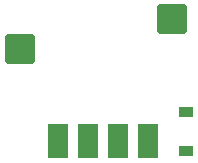
<source format=gbr>
%TF.GenerationSoftware,KiCad,Pcbnew,(6.0.7-1)-1*%
%TF.CreationDate,2022-09-12T14:41:06+08:00*%
%TF.ProjectId,0101-HOTSWAP-KEY,30313031-2d48-44f5-9453-5741502d4b45,V1.0*%
%TF.SameCoordinates,Original*%
%TF.FileFunction,Paste,Bot*%
%TF.FilePolarity,Positive*%
%FSLAX46Y46*%
G04 Gerber Fmt 4.6, Leading zero omitted, Abs format (unit mm)*
G04 Created by KiCad (PCBNEW (6.0.7-1)-1) date 2022-09-12 14:41:06*
%MOMM*%
%LPD*%
G01*
G04 APERTURE LIST*
G04 Aperture macros list*
%AMRoundRect*
0 Rectangle with rounded corners*
0 $1 Rounding radius*
0 $2 $3 $4 $5 $6 $7 $8 $9 X,Y pos of 4 corners*
0 Add a 4 corners polygon primitive as box body*
4,1,4,$2,$3,$4,$5,$6,$7,$8,$9,$2,$3,0*
0 Add four circle primitives for the rounded corners*
1,1,$1+$1,$2,$3*
1,1,$1+$1,$4,$5*
1,1,$1+$1,$6,$7*
1,1,$1+$1,$8,$9*
0 Add four rect primitives between the rounded corners*
20,1,$1+$1,$2,$3,$4,$5,0*
20,1,$1+$1,$4,$5,$6,$7,0*
20,1,$1+$1,$6,$7,$8,$9,0*
20,1,$1+$1,$8,$9,$2,$3,0*%
G04 Aperture macros list end*
%ADD10RoundRect,0.250000X-1.025000X-1.000000X1.025000X-1.000000X1.025000X1.000000X-1.025000X1.000000X0*%
%ADD11R,1.200000X0.900000*%
%ADD12R,1.700000X3.000000*%
G04 APERTURE END LIST*
D10*
%TO.C,SW1*%
X5215000Y12340000D03*
X18142000Y14880000D03*
%TD*%
D11*
%TO.C,D1*%
X19300000Y6950000D03*
X19300000Y3650000D03*
%TD*%
D12*
%TO.C,J1*%
X8490000Y4500000D03*
X11030000Y4500000D03*
X13570000Y4500000D03*
X16110000Y4500000D03*
%TD*%
M02*

</source>
